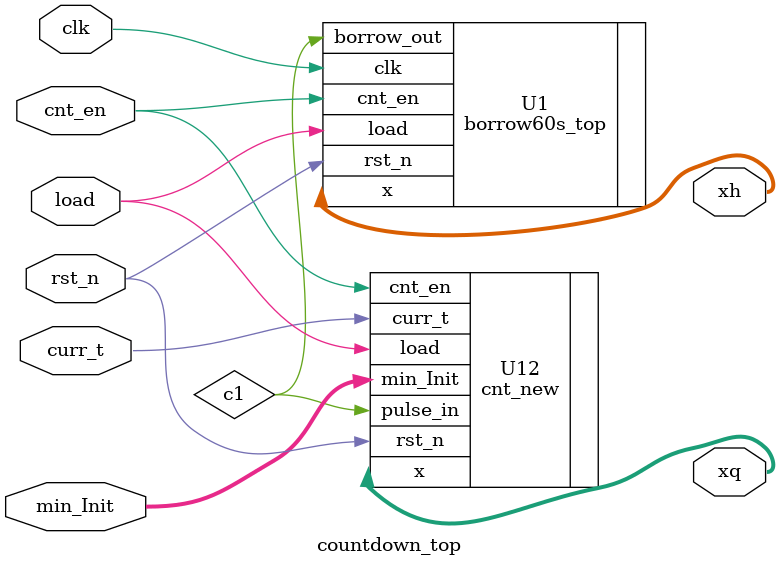
<source format=v>
`timescale 1ns / 1ps
module countdown_top(
    input clk,
    input rst_n, 
    input cnt_en,
    input load,
    input curr_t,
    input [7:0]min_Init, 
    output [7:0]xq,
    output [7:0]xh
    );
    
    wire c1;
    borrow60s_top U1(
    .cnt_en(cnt_en),
    .load(load),
    .clk(clk),
    .rst_n(rst_n),
    
    .borrow_out(c1),
    .x(xh)
    );

    cnt_new U12(
    .pulse_in(c1),
    .rst_n(rst_n),
    .cnt_en(cnt_en),
    .load(load),
    .min_Init(min_Init),
    .curr_t(curr_t),
    .x(xq)
    );
    
    
    
    
    
endmodule

</source>
